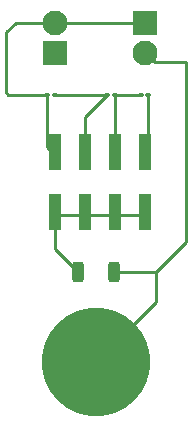
<source format=gbr>
%TF.GenerationSoftware,KiCad,Pcbnew,7.0.5*%
%TF.CreationDate,2024-06-27T07:22:37-04:00*%
%TF.ProjectId,ScrewSwitch,53637265-7753-4776-9974-63682e6b6963,rev?*%
%TF.SameCoordinates,Original*%
%TF.FileFunction,Copper,L1,Top*%
%TF.FilePolarity,Positive*%
%FSLAX46Y46*%
G04 Gerber Fmt 4.6, Leading zero omitted, Abs format (unit mm)*
G04 Created by KiCad (PCBNEW 7.0.5) date 2024-06-27 07:22:37*
%MOMM*%
%LPD*%
G01*
G04 APERTURE LIST*
G04 Aperture macros list*
%AMRoundRect*
0 Rectangle with rounded corners*
0 $1 Rounding radius*
0 $2 $3 $4 $5 $6 $7 $8 $9 X,Y pos of 4 corners*
0 Add a 4 corners polygon primitive as box body*
4,1,4,$2,$3,$4,$5,$6,$7,$8,$9,$2,$3,0*
0 Add four circle primitives for the rounded corners*
1,1,$1+$1,$2,$3*
1,1,$1+$1,$4,$5*
1,1,$1+$1,$6,$7*
1,1,$1+$1,$8,$9*
0 Add four rect primitives between the rounded corners*
20,1,$1+$1,$2,$3,$4,$5,0*
20,1,$1+$1,$4,$5,$6,$7,0*
20,1,$1+$1,$6,$7,$8,$9,0*
20,1,$1+$1,$8,$9,$2,$3,0*%
G04 Aperture macros list end*
%TA.AperFunction,SMDPad,CuDef*%
%ADD10RoundRect,0.190000X0.285000X0.685000X-0.285000X0.685000X-0.285000X-0.685000X0.285000X-0.685000X0*%
%TD*%
%TA.AperFunction,SMDPad,CuDef*%
%ADD11R,1.000000X3.150000*%
%TD*%
%TA.AperFunction,ComponentPad*%
%ADD12R,2.100000X2.100000*%
%TD*%
%TA.AperFunction,ComponentPad*%
%ADD13C,2.100000*%
%TD*%
%TA.AperFunction,SMDPad,CuDef*%
%ADD14RoundRect,0.100000X-0.130000X-0.100000X0.130000X-0.100000X0.130000X0.100000X-0.130000X0.100000X0*%
%TD*%
%TA.AperFunction,ComponentPad*%
%ADD15C,5.700000*%
%TD*%
%TA.AperFunction,ConnectorPad*%
%ADD16C,9.200000*%
%TD*%
%TA.AperFunction,Conductor*%
%ADD17C,0.250000*%
%TD*%
G04 APERTURE END LIST*
D10*
%TO.P,LED1,1,K*%
%TO.N,Net-(J1-Pin_2)*%
X141250000Y-109220000D03*
%TO.P,LED1,2,A*%
%TO.N,Net-(J4-Pin_1)*%
X138150000Y-109220000D03*
%TD*%
D11*
%TO.P,J4,1,Pin_1*%
%TO.N,Net-(J4-Pin_1)*%
X136187503Y-104110000D03*
%TO.P,J4,2,Pin_2*%
%TO.N,Net-(BT1-+)*%
X136187503Y-99060000D03*
%TO.P,J4,3,Pin_3*%
%TO.N,Net-(J4-Pin_1)*%
X138727503Y-104110000D03*
%TO.P,J4,4,Pin_4*%
%TO.N,Net-(J4-Pin_4)*%
X138727503Y-99060000D03*
%TO.P,J4,5,Pin_5*%
%TO.N,Net-(J4-Pin_1)*%
X141267503Y-104110000D03*
%TO.P,J4,6,Pin_6*%
%TO.N,Net-(J4-Pin_6)*%
X141267503Y-99060000D03*
%TO.P,J4,7,Pin_7*%
%TO.N,Net-(J4-Pin_1)*%
X143807503Y-104110000D03*
%TO.P,J4,8,Pin_8*%
%TO.N,Net-(J4-Pin_8)*%
X143807503Y-99060000D03*
%TD*%
D12*
%TO.P,J2,1,Pin_1*%
%TO.N,Net-(BT1--)*%
X136187503Y-90595716D03*
D13*
%TO.P,J2,2,Pin_2*%
%TO.N,Net-(BT1-+)*%
X136187503Y-88055716D03*
%TD*%
D12*
%TO.P,J1,1,Pin_1*%
%TO.N,Net-(BT1-+)*%
X143807503Y-88055716D03*
D13*
%TO.P,J1,2,Pin_2*%
%TO.N,Net-(J1-Pin_2)*%
X143807503Y-90595716D03*
%TD*%
D14*
%TO.P,R1,2*%
%TO.N,Net-(J4-Pin_4)*%
X136187503Y-94171041D03*
%TO.P,R1,1*%
%TO.N,Net-(BT1-+)*%
X135547503Y-94171041D03*
%TD*%
D15*
%TO.P,SW1,1*%
%TO.N,Net-(BT1--)*%
X139700000Y-116840000D03*
D16*
X139700000Y-116840000D03*
%TD*%
D14*
%TO.P,R3,1*%
%TO.N,Net-(J4-Pin_6)*%
X143487503Y-94171041D03*
%TO.P,R3,2*%
%TO.N,Net-(J4-Pin_8)*%
X144127503Y-94171041D03*
%TD*%
%TO.P,R2,2*%
%TO.N,Net-(J4-Pin_6)*%
X141267503Y-94171041D03*
%TO.P,R2,1*%
%TO.N,Net-(J4-Pin_4)*%
X140627503Y-94171041D03*
%TD*%
D17*
%TO.N,Net-(BT1--)*%
X141250000Y-109220000D02*
X144780000Y-109220000D01*
X144780000Y-109220000D02*
X147320000Y-106680000D01*
X144780000Y-111760000D02*
X144780000Y-109220000D01*
X139700000Y-116840000D02*
X144780000Y-111760000D01*
X147320000Y-106680000D02*
X147320000Y-91440000D01*
X147320000Y-91440000D02*
X144651787Y-91440000D01*
X144651787Y-91440000D02*
X143807503Y-90595716D01*
%TO.N,Net-(BT1-+)*%
X135547503Y-94171041D02*
X135547503Y-98611041D01*
X135547503Y-98611041D02*
X136187503Y-99251041D01*
X132924284Y-88055716D02*
X136187503Y-88055716D01*
X132080000Y-93980000D02*
X132080000Y-88900000D01*
X132080000Y-88900000D02*
X132924284Y-88055716D01*
X132271041Y-94171041D02*
X132080000Y-93980000D01*
X135547503Y-94171041D02*
X132271041Y-94171041D01*
%TO.N,Net-(J4-Pin_1)*%
X138150000Y-109220000D02*
X136187503Y-107257503D01*
X136187503Y-107257503D02*
X136187503Y-104316041D01*
X141267503Y-104316041D02*
X143807503Y-104316041D01*
X138727503Y-104316041D02*
X141267503Y-104316041D01*
X136187503Y-104316041D02*
X138727503Y-104316041D01*
%TO.N,Net-(BT1-+)*%
X143807503Y-88055716D02*
X136187503Y-88055716D01*
X136187503Y-88055716D02*
X136397503Y-88055716D01*
%TO.N,Net-(J4-Pin_4)*%
X138727503Y-96071041D02*
X138727503Y-99251041D01*
X136187503Y-94171041D02*
X140627503Y-94171041D01*
X140627503Y-94171041D02*
X138727503Y-96071041D01*
%TO.N,Net-(J4-Pin_6)*%
X141267503Y-94171041D02*
X141267503Y-99251041D01*
X141267503Y-94171041D02*
X143487503Y-94171041D01*
%TO.N,Net-(J4-Pin_8)*%
X144127503Y-98931041D02*
X143807503Y-99251041D01*
X144127503Y-94171041D02*
X144127503Y-98931041D01*
%TD*%
M02*

</source>
